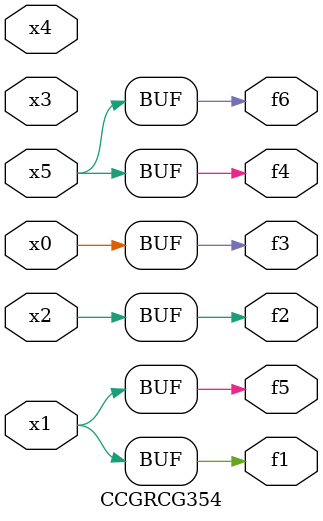
<source format=v>
module CCGRCG354(
	input x0, x1, x2, x3, x4, x5,
	output f1, f2, f3, f4, f5, f6
);
	assign f1 = x1;
	assign f2 = x2;
	assign f3 = x0;
	assign f4 = x5;
	assign f5 = x1;
	assign f6 = x5;
endmodule

</source>
